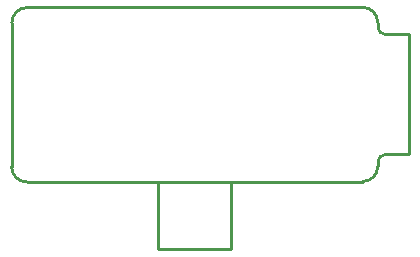
<source format=gko>
G04 Layer: BoardOutline*
G04 EasyEDA v6.3.53, 2020-07-01T10:41:51+08:00*
G04 0114f2f07f584de3a350028a8d8a4532,2a3559ba94084103b258dd4c46581d95,10*
G04 Gerber Generator version 0.2*
G04 Scale: 100 percent, Rotated: No, Reflected: No *
G04 Dimensions in inches *
G04 leading zeros omitted , absolute positions ,2 integer and 4 decimal *
%FSLAX24Y24*%
%MOIN*%
G90*
G70D02*

%ADD10C,0.009843*%
%ADD11C,0.010000*%
G54D10*
G01X4899Y705D02*
G01X4899Y0D01*
G01X7310Y0D01*
G01X7310Y693D01*
G54D11*
G01X7310Y2226D02*
G01X7310Y693D01*
G01X4899Y2237D02*
G01X4899Y704D01*
G01X12210Y7413D02*
G01X12210Y7561D01*
G01X13249Y3168D02*
G01X12460Y3168D01*
G01X13249Y7167D02*
G01X12459Y7167D01*
G01X12210Y2909D02*
G01X12212Y2771D01*
G01X511Y2246D02*
G01X11700Y2246D01*
G01X11698Y8073D02*
G01X520Y8073D01*
G01X13249Y7167D02*
G01X13249Y3168D01*
G01X10Y7561D02*
G01X3Y2754D01*
G75*
G01X12210Y7413D02*
G03X12460Y7163I250J0D01*
G01*
G75*
G01X12460Y3160D02*
G03X12210Y2910I0J-250D01*
G01*
G75*
G01X12210Y7561D02*
G03X11698Y8073I-512J0D01*
G01*
G75*
G01X11700Y2260D02*
G03X12212Y2771I0J511D01*
G01*
G75*
G01X0Y2760D02*
G03X512Y2248I512J0D01*
G01*
G75*
G01X520Y8060D02*
G03X8Y7548I0J-512D01*
G01*

%LPD*%
M00*
M02*

</source>
